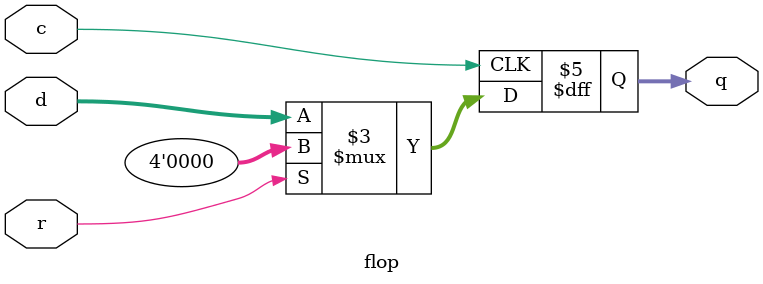
<source format=sv>

module flop (input c, r, input [3:0] d, output reg [3:0] q);
    always @(posedge c)
        if (r) q <= 0;
        else q <= d;
endmodule
</source>
